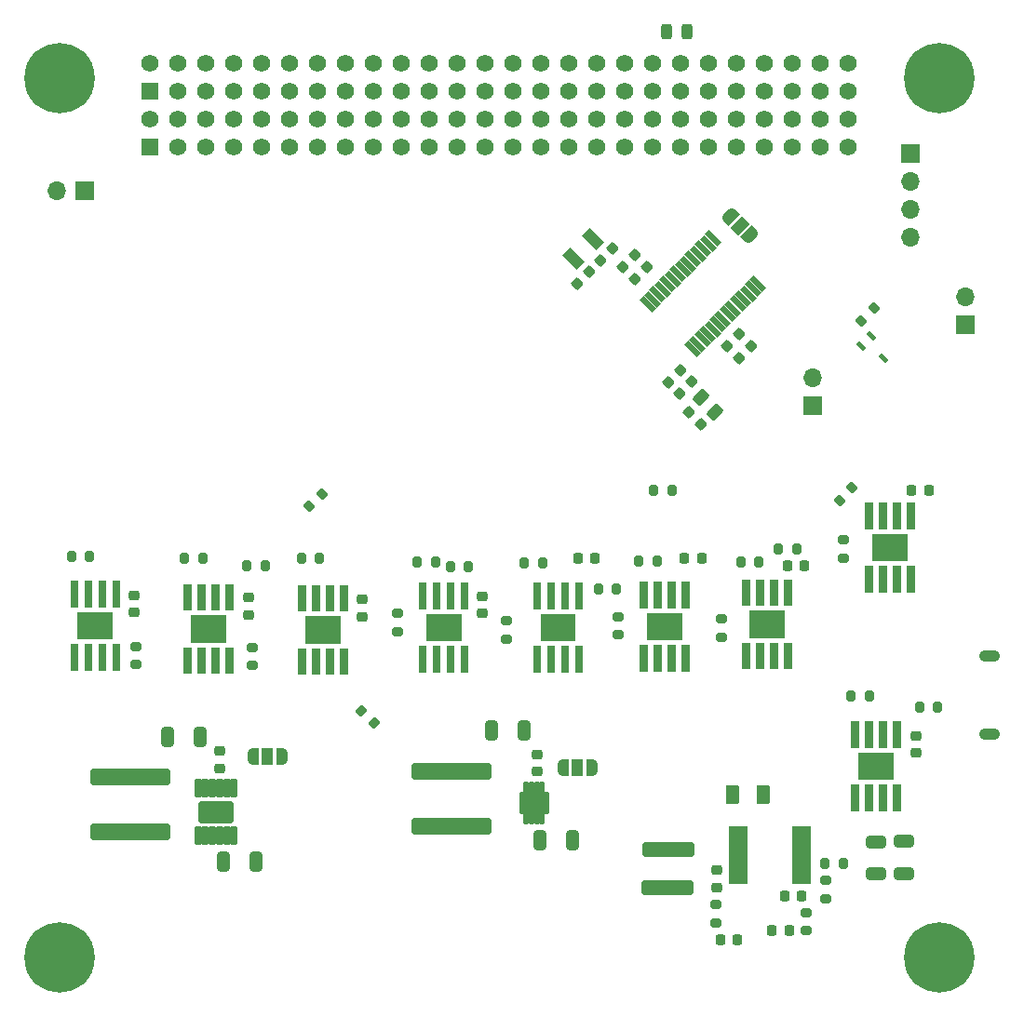
<source format=gbr>
%TF.GenerationSoftware,KiCad,Pcbnew,8.0.5*%
%TF.CreationDate,2024-10-21T02:11:07+05:30*%
%TF.ProjectId,EPS_PDB,4550535f-5044-4422-9e6b-696361645f70,rev?*%
%TF.SameCoordinates,Original*%
%TF.FileFunction,Soldermask,Top*%
%TF.FilePolarity,Negative*%
%FSLAX46Y46*%
G04 Gerber Fmt 4.6, Leading zero omitted, Abs format (unit mm)*
G04 Created by KiCad (PCBNEW 8.0.5) date 2024-10-21 02:11:07*
%MOMM*%
%LPD*%
G01*
G04 APERTURE LIST*
G04 Aperture macros list*
%AMRoundRect*
0 Rectangle with rounded corners*
0 $1 Rounding radius*
0 $2 $3 $4 $5 $6 $7 $8 $9 X,Y pos of 4 corners*
0 Add a 4 corners polygon primitive as box body*
4,1,4,$2,$3,$4,$5,$6,$7,$8,$9,$2,$3,0*
0 Add four circle primitives for the rounded corners*
1,1,$1+$1,$2,$3*
1,1,$1+$1,$4,$5*
1,1,$1+$1,$6,$7*
1,1,$1+$1,$8,$9*
0 Add four rect primitives between the rounded corners*
20,1,$1+$1,$2,$3,$4,$5,0*
20,1,$1+$1,$4,$5,$6,$7,0*
20,1,$1+$1,$6,$7,$8,$9,0*
20,1,$1+$1,$8,$9,$2,$3,0*%
%AMRotRect*
0 Rectangle, with rotation*
0 The origin of the aperture is its center*
0 $1 length*
0 $2 width*
0 $3 Rotation angle, in degrees counterclockwise*
0 Add horizontal line*
21,1,$1,$2,0,0,$3*%
%AMFreePoly0*
4,1,19,0.550000,-0.750000,0.000000,-0.750000,0.000000,-0.744912,-0.071157,-0.744911,-0.207708,-0.704816,-0.327430,-0.627875,-0.420627,-0.520320,-0.479746,-0.390866,-0.500000,-0.250000,-0.500000,0.250000,-0.479746,0.390866,-0.420627,0.520320,-0.327430,0.627875,-0.207708,0.704816,-0.071157,0.744911,0.000000,0.744912,0.000000,0.750000,0.550000,0.750000,0.550000,-0.750000,0.550000,-0.750000,
$1*%
%AMFreePoly1*
4,1,19,0.000000,0.744912,0.071157,0.744911,0.207708,0.704816,0.327430,0.627875,0.420627,0.520320,0.479746,0.390866,0.500000,0.250000,0.500000,-0.250000,0.479746,-0.390866,0.420627,-0.520320,0.327430,-0.627875,0.207708,-0.704816,0.071157,-0.744911,0.000000,-0.744912,0.000000,-0.750000,-0.550000,-0.750000,-0.550000,0.750000,0.000000,0.750000,0.000000,0.744912,0.000000,0.744912,
$1*%
G04 Aperture macros list end*
%ADD10C,0.010000*%
%ADD11RoundRect,0.200000X-0.200000X-0.275000X0.200000X-0.275000X0.200000X0.275000X-0.200000X0.275000X0*%
%ADD12RoundRect,0.200000X-0.275000X0.200000X-0.275000X-0.200000X0.275000X-0.200000X0.275000X0.200000X0*%
%ADD13RoundRect,0.200000X0.200000X0.275000X-0.200000X0.275000X-0.200000X-0.275000X0.200000X-0.275000X0*%
%ADD14RoundRect,0.225000X0.017678X-0.335876X0.335876X-0.017678X-0.017678X0.335876X-0.335876X0.017678X0*%
%ADD15RoundRect,0.250000X0.325000X0.650000X-0.325000X0.650000X-0.325000X-0.650000X0.325000X-0.650000X0*%
%ADD16RoundRect,0.225000X-0.017678X0.335876X-0.335876X0.017678X0.017678X-0.335876X0.335876X-0.017678X0*%
%ADD17RoundRect,0.225000X0.225000X0.250000X-0.225000X0.250000X-0.225000X-0.250000X0.225000X-0.250000X0*%
%ADD18RoundRect,0.250000X-0.650000X0.325000X-0.650000X-0.325000X0.650000X-0.325000X0.650000X0.325000X0*%
%ADD19C,6.400000*%
%ADD20RoundRect,0.102000X-0.685000X-0.685000X0.685000X-0.685000X0.685000X0.685000X-0.685000X0.685000X0*%
%ADD21C,1.574000*%
%ADD22RoundRect,0.225000X-0.225000X-0.250000X0.225000X-0.250000X0.225000X0.250000X-0.225000X0.250000X0*%
%ADD23RoundRect,0.102000X0.152400X-0.393700X0.152400X0.393700X-0.152400X0.393700X-0.152400X-0.393700X0*%
%ADD24RoundRect,0.102000X1.244600X-0.876300X1.244600X0.876300X-1.244600X0.876300X-1.244600X-0.876300X0*%
%ADD25RoundRect,0.076750X0.810250X0.230250X-0.810250X0.230250X-0.810250X-0.230250X0.810250X-0.230250X0*%
%ADD26RoundRect,0.200000X0.053033X-0.335876X0.335876X-0.053033X-0.053033X0.335876X-0.335876X0.053033X0*%
%ADD27FreePoly0,315.000000*%
%ADD28RotRect,1.000000X1.500000X315.000000*%
%ADD29FreePoly1,315.000000*%
%ADD30RoundRect,0.102000X0.628618X-0.377171X-0.377171X0.628618X-0.628618X0.377171X0.377171X-0.628618X0*%
%ADD31RoundRect,0.250000X0.375000X0.625000X-0.375000X0.625000X-0.375000X-0.625000X0.375000X-0.625000X0*%
%ADD32RoundRect,0.225000X-0.250000X0.225000X-0.250000X-0.225000X0.250000X-0.225000X0.250000X0.225000X0*%
%ADD33RoundRect,0.400000X-3.275000X0.400000X-3.275000X-0.400000X3.275000X-0.400000X3.275000X0.400000X0*%
%ADD34RotRect,1.000000X1.800000X225.000000*%
%ADD35R,1.700000X1.700000*%
%ADD36O,1.700000X1.700000*%
%ADD37RoundRect,0.250000X-0.503814X-0.132583X-0.132583X-0.503814X0.503814X0.132583X0.132583X0.503814X0*%
%ADD38FreePoly0,180.000000*%
%ADD39R,1.000000X1.500000*%
%ADD40FreePoly1,180.000000*%
%ADD41RoundRect,0.200000X0.335876X0.053033X0.053033X0.335876X-0.335876X-0.053033X-0.053033X-0.335876X0*%
%ADD42RoundRect,0.225000X0.335876X0.017678X0.017678X0.335876X-0.335876X-0.017678X-0.017678X-0.335876X0*%
%ADD43RoundRect,0.085500X0.256500X-0.741500X0.256500X0.741500X-0.256500X0.741500X-0.256500X-0.741500X0*%
%ADD44RoundRect,0.102000X1.473500X-0.876500X1.473500X0.876500X-1.473500X0.876500X-1.473500X-0.876500X0*%
%ADD45RoundRect,0.350000X2.050000X0.350000X-2.050000X0.350000X-2.050000X-0.350000X2.050000X-0.350000X0*%
%ADD46RotRect,0.876300X0.406400X315.000000*%
%ADD47RoundRect,0.225000X0.250000X-0.225000X0.250000X0.225000X-0.250000X0.225000X-0.250000X-0.225000X0*%
%ADD48RoundRect,0.200000X-0.053033X0.335876X-0.335876X0.053033X0.053033X-0.335876X0.335876X-0.053033X0*%
%ADD49RoundRect,0.250000X-0.325000X-0.650000X0.325000X-0.650000X0.325000X0.650000X-0.325000X0.650000X0*%
%ADD50RoundRect,0.243750X-0.243750X-0.456250X0.243750X-0.456250X0.243750X0.456250X-0.243750X0.456250X0*%
%ADD51O,1.900000X1.050000*%
G04 APERTURE END LIST*
D10*
%TO.C,U17*%
X182001999Y-100610000D02*
X181361998Y-100610000D01*
X181361998Y-98270000D01*
X182001999Y-98270000D01*
X182001999Y-100610000D01*
G36*
X182001999Y-100610000D02*
G01*
X181361998Y-100610000D01*
X181361998Y-98270000D01*
X182001999Y-98270000D01*
X182001999Y-100610000D01*
G37*
X182001999Y-106360000D02*
X181361998Y-106360000D01*
X181361998Y-104020000D01*
X182001999Y-104020000D01*
X182001999Y-106360000D01*
G36*
X182001999Y-106360000D02*
G01*
X181361998Y-106360000D01*
X181361998Y-104020000D01*
X182001999Y-104020000D01*
X182001999Y-106360000D01*
G37*
X185136999Y-103515001D02*
X182036999Y-103515001D01*
X182036999Y-101114999D01*
X185136999Y-101114999D01*
X185136999Y-103515001D01*
G36*
X185136999Y-103515001D02*
G01*
X182036999Y-103515001D01*
X182036999Y-101114999D01*
X185136999Y-101114999D01*
X185136999Y-103515001D01*
G37*
X183271998Y-100610000D02*
X182631999Y-100610000D01*
X182631999Y-98270000D01*
X183271998Y-98270000D01*
X183271998Y-100610000D01*
G36*
X183271998Y-100610000D02*
G01*
X182631999Y-100610000D01*
X182631999Y-98270000D01*
X183271998Y-98270000D01*
X183271998Y-100610000D01*
G37*
X183271998Y-106360000D02*
X182631999Y-106360000D01*
X182631999Y-104020000D01*
X183271998Y-104020000D01*
X183271998Y-106360000D01*
G36*
X183271998Y-106360000D02*
G01*
X182631999Y-106360000D01*
X182631999Y-104020000D01*
X183271998Y-104020000D01*
X183271998Y-106360000D01*
G37*
X184541999Y-100610000D02*
X183902000Y-100610000D01*
X183902000Y-98270000D01*
X184541999Y-98270000D01*
X184541999Y-100610000D01*
G36*
X184541999Y-100610000D02*
G01*
X183902000Y-100610000D01*
X183902000Y-98270000D01*
X184541999Y-98270000D01*
X184541999Y-100610000D01*
G37*
X184541999Y-106360000D02*
X183902000Y-106360000D01*
X183902000Y-104020000D01*
X184541999Y-104020000D01*
X184541999Y-106360000D01*
G36*
X184541999Y-106360000D02*
G01*
X183902000Y-106360000D01*
X183902000Y-104020000D01*
X184541999Y-104020000D01*
X184541999Y-106360000D01*
G37*
X185812000Y-100610000D02*
X185171999Y-100610000D01*
X185171999Y-98270000D01*
X185812000Y-98270000D01*
X185812000Y-100610000D01*
G36*
X185812000Y-100610000D02*
G01*
X185171999Y-100610000D01*
X185171999Y-98270000D01*
X185812000Y-98270000D01*
X185812000Y-100610000D01*
G37*
X185812000Y-106360000D02*
X185171999Y-106360000D01*
X185171999Y-104020000D01*
X185812000Y-104020000D01*
X185812000Y-106360000D01*
G36*
X185812000Y-106360000D02*
G01*
X185171999Y-106360000D01*
X185171999Y-104020000D01*
X185812000Y-104020000D01*
X185812000Y-106360000D01*
G37*
%TO.C,U10*%
X152597000Y-100934999D02*
X151956999Y-100934999D01*
X151956999Y-98594999D01*
X152597000Y-98594999D01*
X152597000Y-100934999D01*
G36*
X152597000Y-100934999D02*
G01*
X151956999Y-100934999D01*
X151956999Y-98594999D01*
X152597000Y-98594999D01*
X152597000Y-100934999D01*
G37*
X152597000Y-106684999D02*
X151956999Y-106684999D01*
X151956999Y-104344999D01*
X152597000Y-104344999D01*
X152597000Y-106684999D01*
G36*
X152597000Y-106684999D02*
G01*
X151956999Y-106684999D01*
X151956999Y-104344999D01*
X152597000Y-104344999D01*
X152597000Y-106684999D01*
G37*
X155732000Y-103840000D02*
X152632000Y-103840000D01*
X152632000Y-101439998D01*
X155732000Y-101439998D01*
X155732000Y-103840000D01*
G36*
X155732000Y-103840000D02*
G01*
X152632000Y-103840000D01*
X152632000Y-101439998D01*
X155732000Y-101439998D01*
X155732000Y-103840000D01*
G37*
X153866999Y-100934999D02*
X153227000Y-100934999D01*
X153227000Y-98594999D01*
X153866999Y-98594999D01*
X153866999Y-100934999D01*
G36*
X153866999Y-100934999D02*
G01*
X153227000Y-100934999D01*
X153227000Y-98594999D01*
X153866999Y-98594999D01*
X153866999Y-100934999D01*
G37*
X153866999Y-106684999D02*
X153227000Y-106684999D01*
X153227000Y-104344999D01*
X153866999Y-104344999D01*
X153866999Y-106684999D01*
G36*
X153866999Y-106684999D02*
G01*
X153227000Y-106684999D01*
X153227000Y-104344999D01*
X153866999Y-104344999D01*
X153866999Y-106684999D01*
G37*
X155137000Y-100934999D02*
X154497001Y-100934999D01*
X154497001Y-98594999D01*
X155137000Y-98594999D01*
X155137000Y-100934999D01*
G36*
X155137000Y-100934999D02*
G01*
X154497001Y-100934999D01*
X154497001Y-98594999D01*
X155137000Y-98594999D01*
X155137000Y-100934999D01*
G37*
X155137000Y-106684999D02*
X154497001Y-106684999D01*
X154497001Y-104344999D01*
X155137000Y-104344999D01*
X155137000Y-106684999D01*
G36*
X155137000Y-106684999D02*
G01*
X154497001Y-106684999D01*
X154497001Y-104344999D01*
X155137000Y-104344999D01*
X155137000Y-106684999D01*
G37*
X156407001Y-100934999D02*
X155767000Y-100934999D01*
X155767000Y-98594999D01*
X156407001Y-98594999D01*
X156407001Y-100934999D01*
G36*
X156407001Y-100934999D02*
G01*
X155767000Y-100934999D01*
X155767000Y-98594999D01*
X156407001Y-98594999D01*
X156407001Y-100934999D01*
G37*
X156407001Y-106684999D02*
X155767000Y-106684999D01*
X155767000Y-104344999D01*
X156407001Y-104344999D01*
X156407001Y-106684999D01*
G36*
X156407001Y-106684999D02*
G01*
X155767000Y-106684999D01*
X155767000Y-104344999D01*
X156407001Y-104344999D01*
X156407001Y-106684999D01*
G37*
%TO.C,U9*%
X131197000Y-101035000D02*
X130556999Y-101035000D01*
X130556999Y-98695000D01*
X131197000Y-98695000D01*
X131197000Y-101035000D01*
G36*
X131197000Y-101035000D02*
G01*
X130556999Y-101035000D01*
X130556999Y-98695000D01*
X131197000Y-98695000D01*
X131197000Y-101035000D01*
G37*
X131197000Y-106785000D02*
X130556999Y-106785000D01*
X130556999Y-104445000D01*
X131197000Y-104445000D01*
X131197000Y-106785000D01*
G36*
X131197000Y-106785000D02*
G01*
X130556999Y-106785000D01*
X130556999Y-104445000D01*
X131197000Y-104445000D01*
X131197000Y-106785000D01*
G37*
X134332000Y-103940001D02*
X131232000Y-103940001D01*
X131232000Y-101539999D01*
X134332000Y-101539999D01*
X134332000Y-103940001D01*
G36*
X134332000Y-103940001D02*
G01*
X131232000Y-103940001D01*
X131232000Y-101539999D01*
X134332000Y-101539999D01*
X134332000Y-103940001D01*
G37*
X132466999Y-101035000D02*
X131827000Y-101035000D01*
X131827000Y-98695000D01*
X132466999Y-98695000D01*
X132466999Y-101035000D01*
G36*
X132466999Y-101035000D02*
G01*
X131827000Y-101035000D01*
X131827000Y-98695000D01*
X132466999Y-98695000D01*
X132466999Y-101035000D01*
G37*
X132466999Y-106785000D02*
X131827000Y-106785000D01*
X131827000Y-104445000D01*
X132466999Y-104445000D01*
X132466999Y-106785000D01*
G36*
X132466999Y-106785000D02*
G01*
X131827000Y-106785000D01*
X131827000Y-104445000D01*
X132466999Y-104445000D01*
X132466999Y-106785000D01*
G37*
X133737000Y-101035000D02*
X133097001Y-101035000D01*
X133097001Y-98695000D01*
X133737000Y-98695000D01*
X133737000Y-101035000D01*
G36*
X133737000Y-101035000D02*
G01*
X133097001Y-101035000D01*
X133097001Y-98695000D01*
X133737000Y-98695000D01*
X133737000Y-101035000D01*
G37*
X133737000Y-106785000D02*
X133097001Y-106785000D01*
X133097001Y-104445000D01*
X133737000Y-104445000D01*
X133737000Y-106785000D01*
G36*
X133737000Y-106785000D02*
G01*
X133097001Y-106785000D01*
X133097001Y-104445000D01*
X133737000Y-104445000D01*
X133737000Y-106785000D01*
G37*
X135007001Y-101035000D02*
X134367000Y-101035000D01*
X134367000Y-98695000D01*
X135007001Y-98695000D01*
X135007001Y-101035000D01*
G36*
X135007001Y-101035000D02*
G01*
X134367000Y-101035000D01*
X134367000Y-98695000D01*
X135007001Y-98695000D01*
X135007001Y-101035000D01*
G37*
X135007001Y-106785000D02*
X134367000Y-106785000D01*
X134367000Y-104445000D01*
X135007001Y-104445000D01*
X135007001Y-106785000D01*
G36*
X135007001Y-106785000D02*
G01*
X134367000Y-106785000D01*
X134367000Y-104445000D01*
X135007001Y-104445000D01*
X135007001Y-106785000D01*
G37*
%TO.C,U13*%
X172697000Y-100835000D02*
X172056999Y-100835000D01*
X172056999Y-98495000D01*
X172697000Y-98495000D01*
X172697000Y-100835000D01*
G36*
X172697000Y-100835000D02*
G01*
X172056999Y-100835000D01*
X172056999Y-98495000D01*
X172697000Y-98495000D01*
X172697000Y-100835000D01*
G37*
X172697000Y-106585000D02*
X172056999Y-106585000D01*
X172056999Y-104245000D01*
X172697000Y-104245000D01*
X172697000Y-106585000D01*
G36*
X172697000Y-106585000D02*
G01*
X172056999Y-106585000D01*
X172056999Y-104245000D01*
X172697000Y-104245000D01*
X172697000Y-106585000D01*
G37*
X175832000Y-103740001D02*
X172732000Y-103740001D01*
X172732000Y-101339999D01*
X175832000Y-101339999D01*
X175832000Y-103740001D01*
G36*
X175832000Y-103740001D02*
G01*
X172732000Y-103740001D01*
X172732000Y-101339999D01*
X175832000Y-101339999D01*
X175832000Y-103740001D01*
G37*
X173966999Y-100835000D02*
X173327000Y-100835000D01*
X173327000Y-98495000D01*
X173966999Y-98495000D01*
X173966999Y-100835000D01*
G36*
X173966999Y-100835000D02*
G01*
X173327000Y-100835000D01*
X173327000Y-98495000D01*
X173966999Y-98495000D01*
X173966999Y-100835000D01*
G37*
X173966999Y-106585000D02*
X173327000Y-106585000D01*
X173327000Y-104245000D01*
X173966999Y-104245000D01*
X173966999Y-106585000D01*
G36*
X173966999Y-106585000D02*
G01*
X173327000Y-106585000D01*
X173327000Y-104245000D01*
X173966999Y-104245000D01*
X173966999Y-106585000D01*
G37*
X175237000Y-100835000D02*
X174597001Y-100835000D01*
X174597001Y-98495000D01*
X175237000Y-98495000D01*
X175237000Y-100835000D01*
G36*
X175237000Y-100835000D02*
G01*
X174597001Y-100835000D01*
X174597001Y-98495000D01*
X175237000Y-98495000D01*
X175237000Y-100835000D01*
G37*
X175237000Y-106585000D02*
X174597001Y-106585000D01*
X174597001Y-104245000D01*
X175237000Y-104245000D01*
X175237000Y-106585000D01*
G36*
X175237000Y-106585000D02*
G01*
X174597001Y-106585000D01*
X174597001Y-104245000D01*
X175237000Y-104245000D01*
X175237000Y-106585000D01*
G37*
X176507001Y-100835000D02*
X175867000Y-100835000D01*
X175867000Y-98495000D01*
X176507001Y-98495000D01*
X176507001Y-100835000D01*
G36*
X176507001Y-100835000D02*
G01*
X175867000Y-100835000D01*
X175867000Y-98495000D01*
X176507001Y-98495000D01*
X176507001Y-100835000D01*
G37*
X176507001Y-106585000D02*
X175867000Y-106585000D01*
X175867000Y-104245000D01*
X176507001Y-104245000D01*
X176507001Y-106585000D01*
G36*
X176507001Y-106585000D02*
G01*
X175867000Y-106585000D01*
X175867000Y-104245000D01*
X176507001Y-104245000D01*
X176507001Y-106585000D01*
G37*
%TO.C,U16*%
X193197000Y-93635000D02*
X192556999Y-93635000D01*
X192556999Y-91295000D01*
X193197000Y-91295000D01*
X193197000Y-93635000D01*
G36*
X193197000Y-93635000D02*
G01*
X192556999Y-93635000D01*
X192556999Y-91295000D01*
X193197000Y-91295000D01*
X193197000Y-93635000D01*
G37*
X193197000Y-99385000D02*
X192556999Y-99385000D01*
X192556999Y-97045000D01*
X193197000Y-97045000D01*
X193197000Y-99385000D01*
G36*
X193197000Y-99385000D02*
G01*
X192556999Y-99385000D01*
X192556999Y-97045000D01*
X193197000Y-97045000D01*
X193197000Y-99385000D01*
G37*
X196332000Y-96540001D02*
X193232000Y-96540001D01*
X193232000Y-94139999D01*
X196332000Y-94139999D01*
X196332000Y-96540001D01*
G36*
X196332000Y-96540001D02*
G01*
X193232000Y-96540001D01*
X193232000Y-94139999D01*
X196332000Y-94139999D01*
X196332000Y-96540001D01*
G37*
X194466999Y-93635000D02*
X193827000Y-93635000D01*
X193827000Y-91295000D01*
X194466999Y-91295000D01*
X194466999Y-93635000D01*
G36*
X194466999Y-93635000D02*
G01*
X193827000Y-93635000D01*
X193827000Y-91295000D01*
X194466999Y-91295000D01*
X194466999Y-93635000D01*
G37*
X194466999Y-99385000D02*
X193827000Y-99385000D01*
X193827000Y-97045000D01*
X194466999Y-97045000D01*
X194466999Y-99385000D01*
G36*
X194466999Y-99385000D02*
G01*
X193827000Y-99385000D01*
X193827000Y-97045000D01*
X194466999Y-97045000D01*
X194466999Y-99385000D01*
G37*
X195737000Y-93635000D02*
X195097001Y-93635000D01*
X195097001Y-91295000D01*
X195737000Y-91295000D01*
X195737000Y-93635000D01*
G36*
X195737000Y-93635000D02*
G01*
X195097001Y-93635000D01*
X195097001Y-91295000D01*
X195737000Y-91295000D01*
X195737000Y-93635000D01*
G37*
X195737000Y-99385000D02*
X195097001Y-99385000D01*
X195097001Y-97045000D01*
X195737000Y-97045000D01*
X195737000Y-99385000D01*
G36*
X195737000Y-99385000D02*
G01*
X195097001Y-99385000D01*
X195097001Y-97045000D01*
X195737000Y-97045000D01*
X195737000Y-99385000D01*
G37*
X197007001Y-93635000D02*
X196367000Y-93635000D01*
X196367000Y-91295000D01*
X197007001Y-91295000D01*
X197007001Y-93635000D01*
G36*
X197007001Y-93635000D02*
G01*
X196367000Y-93635000D01*
X196367000Y-91295000D01*
X197007001Y-91295000D01*
X197007001Y-93635000D01*
G37*
X197007001Y-99385000D02*
X196367000Y-99385000D01*
X196367000Y-97045000D01*
X197007001Y-97045000D01*
X197007001Y-99385000D01*
G36*
X197007001Y-99385000D02*
G01*
X196367000Y-99385000D01*
X196367000Y-97045000D01*
X197007001Y-97045000D01*
X197007001Y-99385000D01*
G37*
%TO.C,U18*%
X191897000Y-113534999D02*
X191256999Y-113534999D01*
X191256999Y-111194999D01*
X191897000Y-111194999D01*
X191897000Y-113534999D01*
G36*
X191897000Y-113534999D02*
G01*
X191256999Y-113534999D01*
X191256999Y-111194999D01*
X191897000Y-111194999D01*
X191897000Y-113534999D01*
G37*
X191897000Y-119284999D02*
X191256999Y-119284999D01*
X191256999Y-116944999D01*
X191897000Y-116944999D01*
X191897000Y-119284999D01*
G36*
X191897000Y-119284999D02*
G01*
X191256999Y-119284999D01*
X191256999Y-116944999D01*
X191897000Y-116944999D01*
X191897000Y-119284999D01*
G37*
X195032000Y-116440000D02*
X191932000Y-116440000D01*
X191932000Y-114039998D01*
X195032000Y-114039998D01*
X195032000Y-116440000D01*
G36*
X195032000Y-116440000D02*
G01*
X191932000Y-116440000D01*
X191932000Y-114039998D01*
X195032000Y-114039998D01*
X195032000Y-116440000D01*
G37*
X193166999Y-113534999D02*
X192527000Y-113534999D01*
X192527000Y-111194999D01*
X193166999Y-111194999D01*
X193166999Y-113534999D01*
G36*
X193166999Y-113534999D02*
G01*
X192527000Y-113534999D01*
X192527000Y-111194999D01*
X193166999Y-111194999D01*
X193166999Y-113534999D01*
G37*
X193166999Y-119284999D02*
X192527000Y-119284999D01*
X192527000Y-116944999D01*
X193166999Y-116944999D01*
X193166999Y-119284999D01*
G36*
X193166999Y-119284999D02*
G01*
X192527000Y-119284999D01*
X192527000Y-116944999D01*
X193166999Y-116944999D01*
X193166999Y-119284999D01*
G37*
X194437000Y-113534999D02*
X193797001Y-113534999D01*
X193797001Y-111194999D01*
X194437000Y-111194999D01*
X194437000Y-113534999D01*
G36*
X194437000Y-113534999D02*
G01*
X193797001Y-113534999D01*
X193797001Y-111194999D01*
X194437000Y-111194999D01*
X194437000Y-113534999D01*
G37*
X194437000Y-119284999D02*
X193797001Y-119284999D01*
X193797001Y-116944999D01*
X194437000Y-116944999D01*
X194437000Y-119284999D01*
G36*
X194437000Y-119284999D02*
G01*
X193797001Y-119284999D01*
X193797001Y-116944999D01*
X194437000Y-116944999D01*
X194437000Y-119284999D01*
G37*
X195707001Y-113534999D02*
X195067000Y-113534999D01*
X195067000Y-111194999D01*
X195707001Y-111194999D01*
X195707001Y-113534999D01*
G36*
X195707001Y-113534999D02*
G01*
X195067000Y-113534999D01*
X195067000Y-111194999D01*
X195707001Y-111194999D01*
X195707001Y-113534999D01*
G37*
X195707001Y-119284999D02*
X195067000Y-119284999D01*
X195067000Y-116944999D01*
X195707001Y-116944999D01*
X195707001Y-119284999D01*
G36*
X195707001Y-119284999D02*
G01*
X195067000Y-119284999D01*
X195067000Y-116944999D01*
X195707001Y-116944999D01*
X195707001Y-119284999D01*
G37*
%TO.C,U12*%
X162997000Y-100935000D02*
X162357000Y-100935000D01*
X162357000Y-98595000D01*
X162997000Y-98595000D01*
X162997000Y-100935000D01*
G36*
X162997000Y-100935000D02*
G01*
X162357000Y-100935000D01*
X162357000Y-98595000D01*
X162997000Y-98595000D01*
X162997000Y-100935000D01*
G37*
X162997000Y-106685000D02*
X162357000Y-106685000D01*
X162357000Y-104345000D01*
X162997000Y-104345000D01*
X162997000Y-106685000D01*
G36*
X162997000Y-106685000D02*
G01*
X162357000Y-106685000D01*
X162357000Y-104345000D01*
X162997000Y-104345000D01*
X162997000Y-106685000D01*
G37*
X166132000Y-103840000D02*
X163032000Y-103840000D01*
X163032000Y-101440000D01*
X166132000Y-101440000D01*
X166132000Y-103840000D01*
G36*
X166132000Y-103840000D02*
G01*
X163032000Y-103840000D01*
X163032000Y-101440000D01*
X166132000Y-101440000D01*
X166132000Y-103840000D01*
G37*
X164267000Y-100935000D02*
X163627000Y-100935000D01*
X163627000Y-98595000D01*
X164267000Y-98595000D01*
X164267000Y-100935000D01*
G36*
X164267000Y-100935000D02*
G01*
X163627000Y-100935000D01*
X163627000Y-98595000D01*
X164267000Y-98595000D01*
X164267000Y-100935000D01*
G37*
X164267000Y-106685000D02*
X163627000Y-106685000D01*
X163627000Y-104345000D01*
X164267000Y-104345000D01*
X164267000Y-106685000D01*
G36*
X164267000Y-106685000D02*
G01*
X163627000Y-106685000D01*
X163627000Y-104345000D01*
X164267000Y-104345000D01*
X164267000Y-106685000D01*
G37*
X165537000Y-100935000D02*
X164897000Y-100935000D01*
X164897000Y-98595000D01*
X165537000Y-98595000D01*
X165537000Y-100935000D01*
G36*
X165537000Y-100935000D02*
G01*
X164897000Y-100935000D01*
X164897000Y-98595000D01*
X165537000Y-98595000D01*
X165537000Y-100935000D01*
G37*
X165537000Y-106685000D02*
X164897000Y-106685000D01*
X164897000Y-104345000D01*
X165537000Y-104345000D01*
X165537000Y-106685000D01*
G36*
X165537000Y-106685000D02*
G01*
X164897000Y-106685000D01*
X164897000Y-104345000D01*
X165537000Y-104345000D01*
X165537000Y-106685000D01*
G37*
X166807000Y-100935000D02*
X166167000Y-100935000D01*
X166167000Y-98595000D01*
X166807000Y-98595000D01*
X166807000Y-100935000D01*
G36*
X166807000Y-100935000D02*
G01*
X166167000Y-100935000D01*
X166167000Y-98595000D01*
X166807000Y-98595000D01*
X166807000Y-100935000D01*
G37*
X166807000Y-106685000D02*
X166167000Y-106685000D01*
X166167000Y-104345000D01*
X166807000Y-104345000D01*
X166807000Y-106685000D01*
G36*
X166807000Y-106685000D02*
G01*
X166167000Y-106685000D01*
X166167000Y-104345000D01*
X166807000Y-104345000D01*
X166807000Y-106685000D01*
G37*
%TO.C,U7*%
X120897000Y-100735000D02*
X120256999Y-100735000D01*
X120256999Y-98395000D01*
X120897000Y-98395000D01*
X120897000Y-100735000D01*
G36*
X120897000Y-100735000D02*
G01*
X120256999Y-100735000D01*
X120256999Y-98395000D01*
X120897000Y-98395000D01*
X120897000Y-100735000D01*
G37*
X120897000Y-106485000D02*
X120256999Y-106485000D01*
X120256999Y-104145000D01*
X120897000Y-104145000D01*
X120897000Y-106485000D01*
G36*
X120897000Y-106485000D02*
G01*
X120256999Y-106485000D01*
X120256999Y-104145000D01*
X120897000Y-104145000D01*
X120897000Y-106485000D01*
G37*
X124032000Y-103640001D02*
X120932000Y-103640001D01*
X120932000Y-101239999D01*
X124032000Y-101239999D01*
X124032000Y-103640001D01*
G36*
X124032000Y-103640001D02*
G01*
X120932000Y-103640001D01*
X120932000Y-101239999D01*
X124032000Y-101239999D01*
X124032000Y-103640001D01*
G37*
X122166999Y-100735000D02*
X121527000Y-100735000D01*
X121527000Y-98395000D01*
X122166999Y-98395000D01*
X122166999Y-100735000D01*
G36*
X122166999Y-100735000D02*
G01*
X121527000Y-100735000D01*
X121527000Y-98395000D01*
X122166999Y-98395000D01*
X122166999Y-100735000D01*
G37*
X122166999Y-106485000D02*
X121527000Y-106485000D01*
X121527000Y-104145000D01*
X122166999Y-104145000D01*
X122166999Y-106485000D01*
G36*
X122166999Y-106485000D02*
G01*
X121527000Y-106485000D01*
X121527000Y-104145000D01*
X122166999Y-104145000D01*
X122166999Y-106485000D01*
G37*
X123437000Y-100735000D02*
X122797001Y-100735000D01*
X122797001Y-98395000D01*
X123437000Y-98395000D01*
X123437000Y-100735000D01*
G36*
X123437000Y-100735000D02*
G01*
X122797001Y-100735000D01*
X122797001Y-98395000D01*
X123437000Y-98395000D01*
X123437000Y-100735000D01*
G37*
X123437000Y-106485000D02*
X122797001Y-106485000D01*
X122797001Y-104145000D01*
X123437000Y-104145000D01*
X123437000Y-106485000D01*
G36*
X123437000Y-106485000D02*
G01*
X122797001Y-106485000D01*
X122797001Y-104145000D01*
X123437000Y-104145000D01*
X123437000Y-106485000D01*
G37*
X124707001Y-100735000D02*
X124067000Y-100735000D01*
X124067000Y-98395000D01*
X124707001Y-98395000D01*
X124707001Y-100735000D01*
G36*
X124707001Y-100735000D02*
G01*
X124067000Y-100735000D01*
X124067000Y-98395000D01*
X124707001Y-98395000D01*
X124707001Y-100735000D01*
G37*
X124707001Y-106485000D02*
X124067000Y-106485000D01*
X124067000Y-104145000D01*
X124707001Y-104145000D01*
X124707001Y-106485000D01*
G36*
X124707001Y-106485000D02*
G01*
X124067000Y-106485000D01*
X124067000Y-104145000D01*
X124707001Y-104145000D01*
X124707001Y-106485000D01*
G37*
%TO.C,U6*%
X141597000Y-101135000D02*
X140956999Y-101135000D01*
X140956999Y-98795000D01*
X141597000Y-98795000D01*
X141597000Y-101135000D01*
G36*
X141597000Y-101135000D02*
G01*
X140956999Y-101135000D01*
X140956999Y-98795000D01*
X141597000Y-98795000D01*
X141597000Y-101135000D01*
G37*
X141597000Y-106885000D02*
X140956999Y-106885000D01*
X140956999Y-104545000D01*
X141597000Y-104545000D01*
X141597000Y-106885000D01*
G36*
X141597000Y-106885000D02*
G01*
X140956999Y-106885000D01*
X140956999Y-104545000D01*
X141597000Y-104545000D01*
X141597000Y-106885000D01*
G37*
X144732000Y-104040001D02*
X141632000Y-104040001D01*
X141632000Y-101639999D01*
X144732000Y-101639999D01*
X144732000Y-104040001D01*
G36*
X144732000Y-104040001D02*
G01*
X141632000Y-104040001D01*
X141632000Y-101639999D01*
X144732000Y-101639999D01*
X144732000Y-104040001D01*
G37*
X142866999Y-101135000D02*
X142227000Y-101135000D01*
X142227000Y-98795000D01*
X142866999Y-98795000D01*
X142866999Y-101135000D01*
G36*
X142866999Y-101135000D02*
G01*
X142227000Y-101135000D01*
X142227000Y-98795000D01*
X142866999Y-98795000D01*
X142866999Y-101135000D01*
G37*
X142866999Y-106885000D02*
X142227000Y-106885000D01*
X142227000Y-104545000D01*
X142866999Y-104545000D01*
X142866999Y-106885000D01*
G36*
X142866999Y-106885000D02*
G01*
X142227000Y-106885000D01*
X142227000Y-104545000D01*
X142866999Y-104545000D01*
X142866999Y-106885000D01*
G37*
X144137000Y-101135000D02*
X143497001Y-101135000D01*
X143497001Y-98795000D01*
X144137000Y-98795000D01*
X144137000Y-101135000D01*
G36*
X144137000Y-101135000D02*
G01*
X143497001Y-101135000D01*
X143497001Y-98795000D01*
X144137000Y-98795000D01*
X144137000Y-101135000D01*
G37*
X144137000Y-106885000D02*
X143497001Y-106885000D01*
X143497001Y-104545000D01*
X144137000Y-104545000D01*
X144137000Y-106885000D01*
G36*
X144137000Y-106885000D02*
G01*
X143497001Y-106885000D01*
X143497001Y-104545000D01*
X144137000Y-104545000D01*
X144137000Y-106885000D01*
G37*
X145407001Y-101135000D02*
X144767000Y-101135000D01*
X144767000Y-98795000D01*
X145407001Y-98795000D01*
X145407001Y-101135000D01*
G36*
X145407001Y-101135000D02*
G01*
X144767000Y-101135000D01*
X144767000Y-98795000D01*
X145407001Y-98795000D01*
X145407001Y-101135000D01*
G37*
X145407001Y-106885000D02*
X144767000Y-106885000D01*
X144767000Y-104545000D01*
X145407001Y-104545000D01*
X145407001Y-106885000D01*
G36*
X145407001Y-106885000D02*
G01*
X144767000Y-106885000D01*
X144767000Y-104545000D01*
X145407001Y-104545000D01*
X145407001Y-106885000D01*
G37*
%TD*%
D11*
%TO.C,R32*%
X151807000Y-96690000D03*
X153457000Y-96690000D03*
%TD*%
D12*
%TO.C,R15*%
X126257000Y-104390000D03*
X126257000Y-106040000D03*
%TD*%
D13*
%TO.C,R41*%
X137982000Y-97015000D03*
X136332000Y-97015000D03*
%TD*%
D14*
%TO.C,C20*%
X168482000Y-69290000D03*
X169578016Y-68193984D03*
%TD*%
D15*
%TO.C,C48*%
X165957000Y-121990000D03*
X163007000Y-121990000D03*
%TD*%
D11*
%TO.C,R19*%
X154832000Y-97090000D03*
X156482000Y-97090000D03*
%TD*%
D16*
%TO.C,C39*%
X182178016Y-77090000D03*
X181082000Y-78186016D03*
%TD*%
D17*
%TO.C,C22*%
X180957000Y-131040000D03*
X179407000Y-131040000D03*
%TD*%
D18*
%TO.C,C32*%
X196082000Y-122114998D03*
X196082000Y-125065000D03*
%TD*%
D19*
%TO.C,H4*%
X119282000Y-132690000D03*
%TD*%
D20*
%TO.C,J4*%
X127532000Y-53880000D03*
D21*
X127532000Y-51340000D03*
X130072000Y-53880000D03*
X130072000Y-51340000D03*
X132612000Y-53880000D03*
X132612000Y-51340000D03*
X135152000Y-53880000D03*
X135152000Y-51340000D03*
X137692000Y-53880000D03*
X137692000Y-51340000D03*
X140232000Y-53880000D03*
X140232000Y-51340000D03*
X142772000Y-53880000D03*
X142772000Y-51340000D03*
X145312000Y-53880000D03*
X145312000Y-51340000D03*
X147852000Y-53880000D03*
X147852000Y-51340000D03*
X150392000Y-53880000D03*
X150392000Y-51340000D03*
X152932000Y-53880000D03*
X152932000Y-51340000D03*
X155472000Y-53880000D03*
X155472000Y-51340000D03*
X158012000Y-53880000D03*
X158012000Y-51340000D03*
X160552000Y-53880000D03*
X160552000Y-51340000D03*
X163092000Y-53880000D03*
X163092000Y-51340000D03*
X165632000Y-53880000D03*
X165632000Y-51340000D03*
X168172000Y-53880000D03*
X168172000Y-51340000D03*
X170712000Y-53880000D03*
X170712000Y-51340000D03*
X173252000Y-53880000D03*
X173252000Y-51340000D03*
X175792000Y-53880000D03*
X175792000Y-51340000D03*
X178332000Y-53880000D03*
X178332000Y-51340000D03*
X180872000Y-53880000D03*
X180872000Y-51340000D03*
X183412000Y-53880000D03*
X183412000Y-51340000D03*
X185952000Y-53880000D03*
X185952000Y-51340000D03*
X188492000Y-53880000D03*
X188492000Y-51340000D03*
X191032000Y-53880000D03*
X191032000Y-51340000D03*
%TD*%
D15*
%TO.C,C47*%
X161557001Y-111990000D03*
X158606999Y-111990000D03*
%TD*%
D22*
%TO.C,C27*%
X184082000Y-130190000D03*
X185632000Y-130190000D03*
%TD*%
D14*
%TO.C,C30*%
X170533992Y-69838008D03*
X171630008Y-68741992D03*
%TD*%
D19*
%TO.C,H3*%
X199282000Y-132690000D03*
%TD*%
D20*
%TO.C,J3*%
X127532000Y-58960000D03*
D21*
X127532000Y-56420000D03*
X130072000Y-58960000D03*
X130072000Y-56420000D03*
X132612000Y-58960000D03*
X132612000Y-56420000D03*
X135152000Y-58960000D03*
X135152000Y-56420000D03*
X137692000Y-58960000D03*
X137692000Y-56420000D03*
X140232000Y-58960000D03*
X140232000Y-56420000D03*
X142772000Y-58960000D03*
X142772000Y-56420000D03*
X145312000Y-58960000D03*
X145312000Y-56420000D03*
X147852000Y-58960000D03*
X147852000Y-56420000D03*
X150392000Y-58960000D03*
X150392000Y-56420000D03*
X152932000Y-58960000D03*
X152932000Y-56420000D03*
X155472000Y-58960000D03*
X155472000Y-56420000D03*
X158012000Y-58960000D03*
X158012000Y-56420000D03*
X160552000Y-58960000D03*
X160552000Y-56420000D03*
X163092000Y-58960000D03*
X163092000Y-56420000D03*
X165632000Y-58960000D03*
X165632000Y-56420000D03*
X168172000Y-58960000D03*
X168172000Y-56420000D03*
X170712000Y-58960000D03*
X170712000Y-56420000D03*
X173252000Y-58960000D03*
X173252000Y-56420000D03*
X175792000Y-58960000D03*
X175792000Y-56420000D03*
X178332000Y-58960000D03*
X178332000Y-56420000D03*
X180872000Y-58960000D03*
X180872000Y-56420000D03*
X183412000Y-58960000D03*
X183412000Y-56420000D03*
X185952000Y-58960000D03*
X185952000Y-56420000D03*
X188492000Y-58960000D03*
X188492000Y-56420000D03*
X191032000Y-58960000D03*
X191032000Y-56420000D03*
%TD*%
D23*
%TO.C,U19*%
X161681998Y-120090000D03*
X162181999Y-120090000D03*
X162681999Y-120090000D03*
X163182000Y-120090000D03*
X163182000Y-117169000D03*
X162681999Y-117169000D03*
X162181999Y-117169000D03*
X161681998Y-117169000D03*
D24*
X162431999Y-118629500D03*
%TD*%
D25*
%TO.C,U11*%
X186752000Y-125664999D03*
X186752000Y-125015000D03*
X186752000Y-124365001D03*
X186752000Y-123715000D03*
X186752000Y-123065000D03*
X186752000Y-122414999D03*
X186752000Y-121765000D03*
X186752000Y-121115001D03*
X181012000Y-121115001D03*
X181012000Y-121765000D03*
X181012000Y-122414999D03*
X181012000Y-123065000D03*
X181012000Y-123715000D03*
X181012000Y-124365001D03*
X181012000Y-125015000D03*
X181012000Y-125664999D03*
%TD*%
D22*
%TO.C,C42*%
X196782000Y-90190000D03*
X198332000Y-90190000D03*
%TD*%
D13*
%TO.C,R28*%
X190532000Y-124140000D03*
X188882000Y-124140000D03*
%TD*%
D12*
%TO.C,R27*%
X178982000Y-127865000D03*
X178982000Y-129515000D03*
%TD*%
D11*
%TO.C,R26*%
X130657000Y-96339999D03*
X132307000Y-96339999D03*
%TD*%
D26*
%TO.C,R14*%
X141982000Y-91640000D03*
X143148726Y-90473274D03*
%TD*%
D27*
%TO.C,JP5*%
X180262761Y-65170761D03*
D28*
X181182000Y-66090000D03*
D29*
X182101239Y-67009239D03*
%TD*%
D12*
%TO.C,R34*%
X170082000Y-101665000D03*
X170082000Y-103315000D03*
%TD*%
D16*
%TO.C,C35*%
X176778016Y-80293984D03*
X175682000Y-81390000D03*
%TD*%
D30*
%TO.C,U14*%
X176848053Y-77318943D03*
X177297066Y-76869931D03*
X177764039Y-76402957D03*
X178213052Y-75953944D03*
X178680026Y-75486971D03*
X179146999Y-75019998D03*
X179596012Y-74570985D03*
X180062985Y-74104012D03*
X180511998Y-73654999D03*
X180978971Y-73188026D03*
X181445944Y-72721052D03*
X181894957Y-72272039D03*
X182361931Y-71805066D03*
X182810943Y-71356053D03*
X178715947Y-67261057D03*
X178266934Y-67710069D03*
X177799961Y-68177043D03*
X177350948Y-68626056D03*
X176883974Y-69093029D03*
X176417001Y-69560002D03*
X175967988Y-70009015D03*
X175501015Y-70475988D03*
X175052002Y-70925001D03*
X174585029Y-71391974D03*
X174118056Y-71858948D03*
X173669043Y-72307961D03*
X173202069Y-72774934D03*
X172753057Y-73223947D03*
%TD*%
D19*
%TO.C,H2*%
X199282000Y-52690000D03*
%TD*%
D31*
%TO.C,D6*%
X183282000Y-117840000D03*
X180482002Y-117840000D03*
%TD*%
D12*
%TO.C,R16*%
X136782000Y-104465000D03*
X136782000Y-106115000D03*
%TD*%
D32*
%TO.C,C45*%
X197207000Y-112540000D03*
X197207000Y-114090000D03*
%TD*%
D11*
%TO.C,R43*%
X191257000Y-108890000D03*
X192907000Y-108890000D03*
%TD*%
D33*
%TO.C,L3*%
X154939500Y-115732500D03*
X154939500Y-120732500D03*
%TD*%
D34*
%TO.C,Y2*%
X165998117Y-69073883D03*
X167765883Y-67306117D03*
%TD*%
D33*
%TO.C,L2*%
X125759250Y-116217500D03*
X125759250Y-121217500D03*
%TD*%
D32*
%TO.C,C21*%
X136482000Y-99940000D03*
X136482000Y-101490000D03*
%TD*%
D35*
%TO.C,JP1*%
X187792000Y-82435000D03*
D36*
X187792000Y-79895000D03*
%TD*%
D37*
%TO.C,120R2*%
X177636765Y-81744765D03*
X178927235Y-83035235D03*
%TD*%
D16*
%TO.C,C38*%
X181082000Y-75990000D03*
X179985984Y-77086016D03*
%TD*%
D38*
%TO.C,JP6*%
X167682000Y-115390000D03*
D39*
X166382000Y-115390000D03*
D40*
X165082000Y-115390000D03*
%TD*%
D41*
%TO.C,R42*%
X146698637Y-110206637D03*
X147865363Y-111373363D03*
%TD*%
D18*
%TO.C,C31*%
X193532000Y-122139998D03*
X193532000Y-125090000D03*
%TD*%
D11*
%TO.C,R24*%
X184657000Y-95465000D03*
X186307000Y-95465000D03*
%TD*%
D12*
%TO.C,R29*%
X187207000Y-128590000D03*
X187207000Y-130240000D03*
%TD*%
D11*
%TO.C,R35*%
X161557000Y-96790000D03*
X163207000Y-96790000D03*
%TD*%
D42*
%TO.C,C37*%
X177582000Y-84190000D03*
X176485984Y-83093984D03*
%TD*%
D12*
%TO.C,R38*%
X179482000Y-101865000D03*
X179482000Y-103515000D03*
%TD*%
D43*
%TO.C,U15*%
X131882000Y-121610000D03*
X132532000Y-121610000D03*
X133182000Y-121610000D03*
X133832000Y-121610000D03*
X134482000Y-121610000D03*
X135132000Y-121610000D03*
X135132000Y-117290000D03*
X134482000Y-117290000D03*
X133832000Y-117290000D03*
X133182000Y-117290000D03*
X132532000Y-117290000D03*
X131882000Y-117290000D03*
D44*
X133507000Y-119450000D03*
%TD*%
D45*
%TO.C,L1*%
X174622000Y-122890000D03*
X174602000Y-126360000D03*
%TD*%
D32*
%TO.C,C17*%
X146782000Y-100115000D03*
X146782000Y-101665000D03*
%TD*%
D22*
%TO.C,C25*%
X185232000Y-127065000D03*
X186782000Y-127065000D03*
%TD*%
%TO.C,C33*%
X166457000Y-96365000D03*
X168007000Y-96365000D03*
%TD*%
D32*
%TO.C,C26*%
X157732000Y-99815000D03*
X157732000Y-101365000D03*
%TD*%
%TO.C,C46*%
X162682000Y-114215000D03*
X162682000Y-115765000D03*
%TD*%
%TO.C,C18*%
X126082000Y-99715000D03*
X126082000Y-101265000D03*
%TD*%
D46*
%TO.C,U8*%
X194182000Y-78190000D03*
X192150837Y-77078074D03*
X193070074Y-76158837D03*
%TD*%
D47*
%TO.C,C23*%
X179032000Y-126290000D03*
X179032000Y-124740000D03*
%TD*%
D35*
%TO.C,J2*%
X196632000Y-59550001D03*
D36*
X196632000Y-62090001D03*
X196632000Y-64630000D03*
X196632000Y-67170001D03*
%TD*%
D48*
%TO.C,R21*%
X193365363Y-73606637D03*
X192198637Y-74773363D03*
%TD*%
D11*
%TO.C,R36*%
X171957000Y-96590000D03*
X173607000Y-96590000D03*
%TD*%
%TO.C,R25*%
X197507000Y-109890000D03*
X199157000Y-109890000D03*
%TD*%
D12*
%TO.C,R37*%
X190582000Y-94665000D03*
X190582000Y-96315000D03*
%TD*%
D32*
%TO.C,C41*%
X133882000Y-113915000D03*
X133882000Y-115465000D03*
%TD*%
D16*
%TO.C,C36*%
X175728016Y-79241992D03*
X174632000Y-80338008D03*
%TD*%
D11*
%TO.C,R40*%
X181257000Y-96690000D03*
X182907000Y-96690000D03*
%TD*%
D12*
%TO.C,R31*%
X149982000Y-101365000D03*
X149982000Y-103015000D03*
%TD*%
D11*
%TO.C,R18*%
X120357001Y-96190000D03*
X122007001Y-96190000D03*
%TD*%
D16*
%TO.C,C19*%
X167482000Y-70290000D03*
X166385984Y-71386016D03*
%TD*%
D22*
%TO.C,C34*%
X176132000Y-96315000D03*
X177682000Y-96315000D03*
%TD*%
D49*
%TO.C,C40*%
X129132000Y-112590000D03*
X132082000Y-112590000D03*
%TD*%
D12*
%TO.C,R30*%
X188932000Y-125665000D03*
X188932000Y-127315000D03*
%TD*%
D11*
%TO.C,R20*%
X168282000Y-99140000D03*
X169932000Y-99140000D03*
%TD*%
D19*
%TO.C,H1*%
X119282000Y-52690000D03*
%TD*%
D11*
%TO.C,R17*%
X141257000Y-96390000D03*
X142907000Y-96390000D03*
%TD*%
D22*
%TO.C,C43*%
X185507000Y-97065000D03*
X187057000Y-97065000D03*
%TD*%
D12*
%TO.C,R33*%
X159882000Y-102065000D03*
X159882000Y-103715000D03*
%TD*%
D26*
%TO.C,R39*%
X190198637Y-91073363D03*
X191365363Y-89906637D03*
%TD*%
D35*
%TO.C,JP2*%
X121592000Y-62940000D03*
D36*
X119052000Y-62940000D03*
%TD*%
D50*
%TO.C,D4*%
X174444500Y-48440000D03*
X176319500Y-48440000D03*
%TD*%
D35*
%TO.C,JP3*%
X201682000Y-75090000D03*
D36*
X201682000Y-72550000D03*
%TD*%
D13*
%TO.C,R22*%
X174982000Y-90215000D03*
X173332000Y-90215000D03*
%TD*%
D14*
%TO.C,C29*%
X171633992Y-70938008D03*
X172730008Y-69841992D03*
%TD*%
D15*
%TO.C,C44*%
X137157000Y-123990000D03*
X134207000Y-123990000D03*
%TD*%
D38*
%TO.C,JP4*%
X139482000Y-114390000D03*
D39*
X138182000Y-114390000D03*
D40*
X136882000Y-114390000D03*
%TD*%
D51*
%TO.C,J1*%
X203832000Y-105215000D03*
X203832000Y-112365000D03*
%TD*%
M02*

</source>
